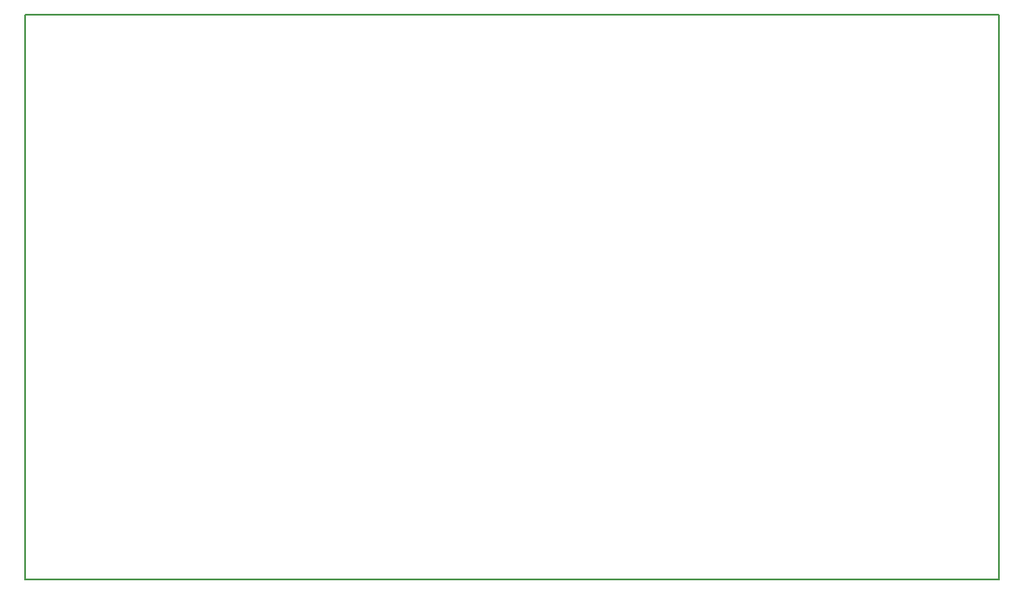
<source format=gm1>
G04 MADE WITH FRITZING*
G04 WWW.FRITZING.ORG*
G04 DOUBLE SIDED*
G04 HOLES PLATED*
G04 CONTOUR ON CENTER OF CONTOUR VECTOR*
%ASAXBY*%
%FSLAX23Y23*%
%MOIN*%
%OFA0B0*%
%SFA1.0B1.0*%
%ADD10R,3.759840X2.185040*%
%ADD11C,0.008000*%
%ADD10C,0.008*%
%LNCONTOUR*%
G90*
G70*
G54D10*
G54D11*
X4Y2181D02*
X3756Y2181D01*
X3756Y4D01*
X4Y4D01*
X4Y2181D01*
D02*
G04 End of contour*
M02*
</source>
